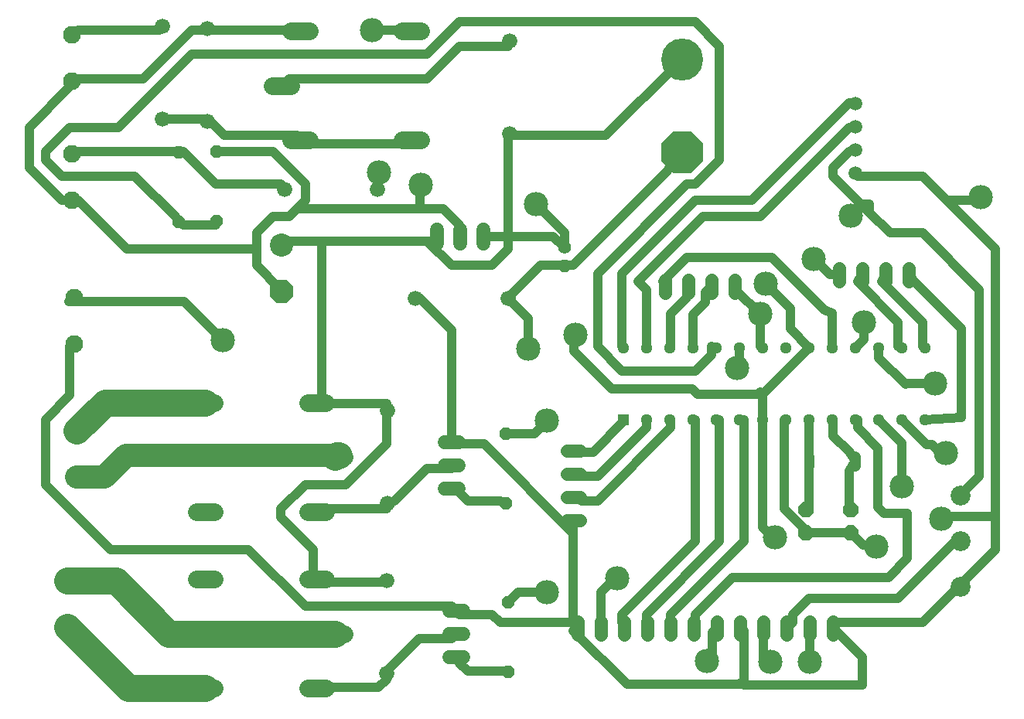
<source format=gbr>
G04 EAGLE Gerber RS-274X export*
G75*
%MOMM*%
%FSLAX34Y34*%
%LPD*%
%INBottom Copper*%
%IPPOS*%
%AMOC8*
5,1,8,0,0,1.08239X$1,22.5*%
G01*
%ADD10C,1.676400*%
%ADD11C,1.950000*%
%ADD12C,1.981200*%
%ADD13C,4.597400*%
%ADD14P,4.976180X8X292.500000*%
%ADD15C,1.524000*%
%ADD16P,1.539592X8X292.500000*%
%ADD17C,1.422400*%
%ADD18C,2.540000*%
%ADD19P,2.749271X8X292.500000*%
%ADD20R,1.298000X1.298000*%
%ADD21C,1.298000*%
%ADD22C,1.117600*%
%ADD23P,1.814519X8X292.500000*%
%ADD24C,1.508000*%
%ADD25C,1.422400*%
%ADD26P,1.429621X8X292.500000*%
%ADD27P,1.429621X8X112.500000*%
%ADD28C,2.184400*%
%ADD29C,1.016000*%
%ADD30C,2.667000*%
%ADD31C,3.000000*%
%ADD32C,2.540000*%


D10*
X226314Y813054D03*
X226314Y711454D03*
X359410Y634238D03*
X461010Y634238D03*
X275336Y810260D03*
X275336Y708660D03*
D11*
X127000Y803910D03*
X127000Y753110D03*
X127000Y673100D03*
X127000Y622300D03*
D12*
X346456Y748030D02*
X366268Y748030D01*
X366776Y688340D02*
X386588Y688340D01*
X386588Y807720D02*
X366776Y807720D01*
X488696Y807720D02*
X508508Y807720D01*
X508508Y688340D02*
X488696Y688340D01*
D13*
X795020Y776732D03*
D14*
X795020Y675132D03*
D10*
X605790Y797306D03*
X605790Y695706D03*
D15*
X526288Y590550D02*
X526288Y575310D01*
X551688Y575310D02*
X551688Y590550D01*
X577088Y590550D02*
X577088Y575310D01*
D16*
X666242Y550164D03*
D17*
X666242Y570484D03*
D18*
X356616Y573786D03*
D19*
X356616Y522986D03*
D20*
X731012Y381886D03*
D21*
X756412Y381886D03*
X781812Y381886D03*
X807212Y381886D03*
X832612Y381886D03*
X858012Y381886D03*
X883412Y381886D03*
X908812Y381886D03*
X934212Y381886D03*
X959612Y381886D03*
X985012Y381886D03*
X1010412Y381886D03*
X1035812Y381886D03*
X1061212Y381886D03*
X1061212Y460886D03*
X1035812Y460886D03*
X1010412Y460886D03*
X985012Y460886D03*
X959612Y460886D03*
X934212Y460886D03*
X908812Y460886D03*
X883412Y460886D03*
X858012Y460886D03*
X832612Y460886D03*
X807212Y460886D03*
X781812Y460886D03*
X756412Y460886D03*
X731012Y460886D03*
D10*
X502666Y515112D03*
X604266Y515112D03*
D22*
X984250Y342646D02*
X984250Y331470D01*
X933450Y331470D02*
X933450Y342646D01*
D23*
X979932Y283718D03*
X979932Y258318D03*
X930656Y283718D03*
X930656Y258318D03*
D24*
X984504Y728218D03*
X984504Y702818D03*
X984504Y677418D03*
X984504Y652018D03*
D25*
X960374Y161290D02*
X960374Y147066D01*
X934974Y147066D02*
X934974Y161290D01*
X909574Y161290D02*
X909574Y147066D01*
X884174Y147066D02*
X884174Y161290D01*
X858774Y161290D02*
X858774Y147066D01*
X807974Y147066D02*
X807974Y161290D01*
X833374Y161290D02*
X833374Y147066D01*
X680974Y147066D02*
X680974Y161290D01*
X782574Y161290D02*
X782574Y147066D01*
X757174Y147066D02*
X757174Y161290D01*
X731774Y161290D02*
X731774Y147066D01*
X706374Y147066D02*
X706374Y161290D01*
D11*
X129540Y464820D03*
X129540Y515620D03*
X131826Y369824D03*
X131826Y319024D03*
D12*
X405130Y341376D02*
X424942Y341376D01*
X404622Y401066D02*
X384810Y401066D01*
X384810Y281686D02*
X404622Y281686D01*
X282702Y281686D02*
X262890Y281686D01*
X262890Y401066D02*
X282702Y401066D01*
D26*
X601980Y367030D03*
X601980Y290830D03*
D10*
X472186Y290830D03*
X472186Y392430D03*
D15*
X535178Y306324D02*
X550418Y306324D01*
X550418Y331724D02*
X535178Y331724D01*
X535178Y357124D02*
X550418Y357124D01*
D27*
X285496Y599694D03*
X285496Y675894D03*
D26*
X243586Y675386D03*
X243586Y599186D03*
D11*
X122174Y154940D03*
X122174Y205740D03*
D12*
X405130Y147828D02*
X424942Y147828D01*
X404622Y207518D02*
X384810Y207518D01*
X384810Y88138D02*
X404622Y88138D01*
X282702Y88138D02*
X262890Y88138D01*
X262890Y207518D02*
X282702Y207518D01*
D10*
X471424Y104394D03*
X471424Y205994D03*
D15*
X540512Y122428D02*
X555752Y122428D01*
X555752Y147828D02*
X540512Y147828D01*
X540512Y173228D02*
X555752Y173228D01*
D26*
X604266Y182372D03*
X604266Y106172D03*
D25*
X669036Y272288D02*
X683260Y272288D01*
X683260Y297688D02*
X669036Y297688D01*
X669036Y323088D02*
X683260Y323088D01*
X683260Y348488D02*
X669036Y348488D01*
X966978Y533908D02*
X966978Y548132D01*
X992378Y548132D02*
X992378Y533908D01*
X1017778Y533908D02*
X1017778Y548132D01*
X1043178Y548132D02*
X1043178Y533908D01*
X852678Y535432D02*
X852678Y521208D01*
X827278Y521208D02*
X827278Y535432D01*
X801878Y535432D02*
X801878Y521208D01*
X776478Y521208D02*
X776478Y535432D01*
D28*
X1100074Y299174D03*
X1100074Y249174D03*
X1100074Y199174D03*
D29*
X222250Y808990D02*
X133350Y808990D01*
X222250Y808990D02*
X226314Y813054D01*
X133350Y808990D02*
X127000Y803910D01*
X133350Y675640D02*
X240030Y675640D01*
X243586Y675386D01*
X133350Y675640D02*
X127000Y673100D01*
X284480Y640080D02*
X355600Y640080D01*
X284480Y640080D02*
X248920Y675640D01*
X355600Y640080D02*
X359410Y634238D01*
X248920Y675640D02*
X243586Y675386D01*
X640080Y551180D02*
X666750Y551180D01*
X640080Y551180D02*
X604520Y515620D01*
X604266Y515112D01*
X666750Y551180D02*
X675640Y551180D01*
X779187Y654727D01*
X666750Y551180D02*
X666242Y550164D01*
X782997Y663109D02*
X795020Y675132D01*
X782997Y663109D02*
X779187Y654727D01*
X346710Y675640D02*
X284480Y675640D01*
X346710Y675640D02*
X382270Y640080D01*
X382270Y622300D01*
X373380Y613410D02*
X364490Y604520D01*
X373380Y613410D02*
X382270Y622300D01*
X364490Y604520D02*
X346710Y604520D01*
X328930Y586740D01*
X328930Y568960D02*
X328930Y551180D01*
X328930Y568960D02*
X328930Y586740D01*
X328930Y551180D02*
X355600Y524510D01*
X285496Y675894D02*
X284480Y675640D01*
X355600Y524510D02*
X356616Y522986D01*
X551180Y586740D02*
X551180Y595630D01*
X533400Y613410D01*
X507746Y613410D02*
X373380Y613410D01*
X507746Y613410D02*
X533400Y613410D01*
X551180Y586740D02*
X551688Y582930D01*
X373380Y808990D02*
X275590Y808990D01*
X373380Y808990D02*
X376682Y807720D01*
X127000Y622300D02*
X115570Y622300D01*
X80010Y657860D01*
X80010Y702310D01*
X124460Y746760D01*
X127000Y753110D01*
X257810Y808990D02*
X275590Y808990D01*
X257810Y808990D02*
X204470Y755650D01*
X133350Y755650D01*
X275590Y808990D02*
X275336Y810260D01*
X133350Y755650D02*
X127000Y753110D01*
X186690Y568960D02*
X328930Y568960D01*
X186690Y568960D02*
X133350Y622300D01*
X127000Y622300D01*
X604266Y515112D02*
X626110Y493268D01*
X626110Y460248D01*
D30*
X626110Y460248D03*
X508762Y639318D03*
D29*
X507746Y638302D01*
X507746Y613410D01*
X275590Y711200D02*
X231140Y711200D01*
X226314Y711454D01*
X293370Y693420D02*
X373380Y693420D01*
X293370Y693420D02*
X275590Y711200D01*
X373380Y693420D02*
X376682Y688340D01*
X275336Y708660D02*
X275590Y711200D01*
X382270Y684530D02*
X497840Y684530D01*
X498602Y688340D01*
X382270Y684530D02*
X376682Y688340D01*
X461010Y634238D02*
X461772Y635000D01*
X461772Y650494D01*
X463296Y652018D01*
X463296Y652780D01*
D30*
X463296Y652780D03*
X455422Y808482D03*
D29*
X497840Y808482D01*
X498602Y807720D01*
X551180Y791210D02*
X604520Y791210D01*
X551180Y791210D02*
X515620Y755650D01*
X364490Y755650D01*
X604520Y791210D02*
X605790Y797306D01*
X364490Y755650D02*
X356362Y748030D01*
X960120Y657860D02*
X977900Y675640D01*
X960120Y657860D02*
X960120Y648970D01*
X1000252Y608838D02*
X1022350Y586740D01*
X1000252Y608838D02*
X960120Y648970D01*
X1022350Y586740D02*
X1057910Y586740D01*
X1120140Y524510D01*
X1120140Y320040D01*
X1102360Y302260D01*
X984504Y677418D02*
X977900Y675640D01*
X1102360Y302260D02*
X1100074Y299174D01*
X883412Y264668D02*
X883412Y381886D01*
X891032Y257048D02*
X892048Y257048D01*
X895350Y253746D01*
X896366Y253746D01*
D30*
X896366Y253746D03*
X934466Y117094D03*
D29*
X934466Y153670D01*
X934974Y154178D01*
X891032Y257048D02*
X883412Y264668D01*
X706374Y193040D02*
X706374Y154178D01*
X706374Y193040D02*
X724154Y210820D01*
X724154Y209042D01*
X723646Y208534D01*
D30*
X723646Y208534D03*
D29*
X883412Y410086D02*
X934212Y460886D01*
X883412Y410086D02*
X883412Y381886D01*
X883412Y410086D02*
X880748Y412750D01*
D30*
X635254Y617982D03*
D29*
X666242Y586994D01*
X666242Y570484D01*
X653796Y582930D01*
X577088Y582930D01*
X913130Y481968D02*
X934212Y460886D01*
X913130Y481968D02*
X913130Y504190D01*
X886206Y531114D01*
D30*
X886206Y531114D03*
X979678Y605536D03*
D29*
X986790Y612648D02*
X987552Y612648D01*
X883412Y410086D02*
X811654Y410086D01*
X805688Y416052D01*
X717804Y416052D01*
X676656Y457200D02*
X676656Y475234D01*
X677672Y475234D01*
X677926Y475488D01*
D30*
X677926Y475488D03*
D29*
X676656Y457200D02*
X717804Y416052D01*
X979678Y605536D02*
X986790Y612648D01*
X992124Y617982D02*
X979678Y605536D01*
X992124Y617982D02*
X1000252Y617982D01*
X1000252Y608838D01*
X862330Y96520D02*
X862330Y91694D01*
X862330Y96520D02*
X862330Y142240D01*
X862330Y151130D01*
X862330Y91694D02*
X992124Y91694D01*
X992124Y122428D02*
X960374Y154178D01*
X992124Y122428D02*
X992124Y91694D01*
X862330Y151130D02*
X858774Y154178D01*
X986790Y648970D02*
X1057910Y648970D01*
X1084580Y622300D02*
X1137920Y568960D01*
X1084580Y622300D02*
X1057910Y648970D01*
X1137920Y276098D02*
X1137920Y240030D01*
X1137920Y276098D02*
X1137920Y568960D01*
X1137920Y240030D02*
X1102360Y204470D01*
X986790Y648970D02*
X984504Y652018D01*
X1102360Y204470D02*
X1100074Y199174D01*
X1057910Y160020D02*
X960120Y160020D01*
X1057910Y160020D02*
X1093470Y195580D01*
X960120Y160020D02*
X960374Y154178D01*
X1093470Y195580D02*
X1100074Y199174D01*
X542290Y364490D02*
X542290Y480060D01*
X506730Y515620D01*
X542290Y364490D02*
X542798Y357124D01*
X506730Y515620D02*
X502666Y515112D01*
X675640Y257810D02*
X675640Y160020D01*
X675640Y257810D02*
X675640Y266700D01*
X676148Y272288D01*
X586740Y168910D02*
X551180Y168910D01*
X586740Y168910D02*
X595630Y160020D01*
X675640Y160020D01*
X551180Y168910D02*
X548132Y173228D01*
X675640Y160020D02*
X680974Y154178D01*
X124460Y408940D02*
X124460Y462280D01*
X124460Y408940D02*
X97790Y382270D01*
X97790Y311150D01*
X168910Y240030D01*
X320040Y240030D01*
X382270Y177800D01*
X542290Y177800D01*
X129540Y464820D02*
X124460Y462280D01*
X542290Y177800D02*
X548132Y173228D01*
X551180Y355600D02*
X577850Y355600D01*
X675640Y257810D01*
X551180Y355600D02*
X542798Y357124D01*
X858012Y92202D02*
X862330Y96520D01*
X858012Y92202D02*
X734568Y92202D01*
X675640Y151130D01*
X858774Y154178D02*
X862330Y142240D01*
X680974Y154178D02*
X675640Y151130D01*
X906780Y284480D02*
X906780Y382270D01*
X906780Y284480D02*
X930448Y260812D01*
X908812Y381886D02*
X906780Y382270D01*
X930448Y260812D02*
X930656Y258318D01*
X979968Y258282D02*
X980948Y256540D01*
X979968Y258282D02*
X979932Y258318D01*
X980625Y258318D02*
X980948Y256540D01*
X980625Y258318D02*
X930656Y258318D01*
X880110Y497840D02*
X853440Y524510D01*
X880110Y462280D02*
X883412Y460886D01*
X853440Y524510D02*
X852678Y528320D01*
X957072Y541020D02*
X966978Y541020D01*
X939292Y557530D02*
X938784Y558038D01*
D30*
X938784Y558038D03*
D29*
X940562Y557530D02*
X957072Y541020D01*
X940562Y557530D02*
X939292Y557530D01*
D30*
X1122172Y626110D03*
D29*
X1118362Y622300D01*
X1084580Y622300D01*
X880110Y497840D02*
X880110Y462280D01*
D30*
X880110Y497840D03*
D29*
X979932Y258318D02*
X993394Y244856D01*
X1004316Y244856D01*
X1005586Y243586D01*
X1007618Y243586D01*
D30*
X1007618Y243586D03*
X1078992Y273812D03*
D29*
X1081278Y276098D01*
X1137920Y276098D01*
X933450Y337058D02*
X933450Y382270D01*
X934212Y381886D01*
X933450Y337058D02*
X933450Y285496D01*
X930656Y283718D01*
X977900Y288459D02*
X977900Y326475D01*
X984250Y337058D01*
X977900Y288459D02*
X979932Y283718D01*
X960120Y364490D02*
X960120Y382270D01*
X960120Y364490D02*
X977646Y346964D01*
X959612Y381886D02*
X960120Y382270D01*
X977646Y346964D02*
X984250Y337058D01*
X728980Y462280D02*
X728980Y542290D01*
X808990Y622300D01*
X871220Y622300D01*
X977900Y728980D01*
X731012Y460886D02*
X728980Y462280D01*
X977900Y728980D02*
X984504Y728218D01*
X755650Y524510D02*
X755650Y462280D01*
X755650Y524510D02*
X746760Y533400D01*
X817880Y604520D01*
X880110Y604520D01*
X977900Y702310D01*
X755650Y462280D02*
X756412Y460886D01*
X977900Y702310D02*
X984504Y702818D01*
X915670Y168910D02*
X915670Y160020D01*
X915670Y168910D02*
X933450Y186690D01*
X1031240Y186690D01*
X1093470Y248920D01*
X915670Y160020D02*
X909574Y154178D01*
X1093470Y248920D02*
X1100074Y249174D01*
X884174Y154178D02*
X884174Y122174D01*
X891794Y114554D01*
X891794Y117094D01*
D30*
X891794Y117094D03*
X1072134Y421894D03*
D29*
X1040638Y421894D01*
X1039368Y420624D01*
X1010412Y449580D01*
X1010412Y460886D01*
X833374Y154178D02*
X828040Y148844D01*
X828040Y124968D01*
X821944Y118872D01*
X821944Y117602D01*
D30*
X821944Y117602D03*
X994156Y488950D03*
D29*
X994156Y470030D01*
X985012Y460886D01*
X986790Y382270D02*
X986790Y373380D01*
X1009142Y351028D01*
X849630Y209550D02*
X808990Y168910D01*
X808990Y160020D01*
X985012Y381886D02*
X986790Y382270D01*
X808990Y160020D02*
X807974Y154178D01*
X1020826Y209550D02*
X1041654Y230378D01*
X1041654Y279400D01*
X1015746Y279400D01*
X1009142Y286004D02*
X1009142Y351028D01*
X1020826Y209550D02*
X849630Y209550D01*
X1009142Y286004D02*
X1015746Y279400D01*
X862330Y248920D02*
X862330Y382270D01*
X862330Y248920D02*
X782320Y168910D01*
X782320Y160020D01*
X858012Y381886D02*
X862330Y382270D01*
X782320Y160020D02*
X782574Y154178D01*
X835660Y248920D02*
X835660Y382270D01*
X835660Y248920D02*
X755650Y168910D01*
X755650Y160020D01*
X832612Y381886D02*
X835660Y382270D01*
X755650Y160020D02*
X757174Y154178D01*
X808990Y248920D02*
X808990Y382270D01*
X808990Y248920D02*
X728980Y168910D01*
X728980Y160020D01*
X807212Y381886D02*
X808990Y382270D01*
X728980Y160020D02*
X731774Y154178D01*
X858012Y440182D02*
X858012Y460886D01*
X856234Y438404D02*
X855472Y438404D01*
D30*
X855472Y438404D03*
X292354Y468884D03*
D29*
X249936Y511302D01*
X125222Y511302D01*
X123952Y511302D01*
X125222Y511302D02*
X129540Y515620D01*
X856234Y438404D02*
X858012Y440182D01*
D31*
X419100Y342900D02*
X416560Y342900D01*
X415036Y341376D01*
D32*
X162306Y319024D02*
X131826Y319024D01*
X186182Y342900D02*
X416560Y342900D01*
X186182Y342900D02*
X162306Y319024D01*
D31*
X131826Y369824D02*
X163068Y401066D01*
X272796Y401066D01*
D29*
X1035812Y381886D02*
X1062606Y355092D01*
X1068832Y355092D01*
X1077976Y345948D01*
X1083310Y345948D01*
D30*
X1083310Y345948D03*
X647192Y381000D03*
D29*
X633222Y367030D01*
X601980Y367030D01*
X595630Y293370D02*
X560070Y293370D01*
X551180Y302260D01*
X595630Y293370D02*
X601980Y290830D01*
X551180Y302260D02*
X542798Y306324D01*
X542290Y328930D02*
X515620Y328930D01*
X480060Y293370D01*
X542290Y328930D02*
X542798Y331724D01*
X480060Y293370D02*
X472186Y290830D01*
X471170Y284480D02*
X400050Y284480D01*
X394716Y281686D01*
X471170Y284480D02*
X472186Y290830D01*
X826770Y453390D02*
X826770Y462280D01*
X826770Y453390D02*
X808990Y435610D01*
X728980Y435610D01*
X702310Y462280D01*
X702310Y542290D01*
X800100Y640080D01*
X808990Y640080D01*
X835660Y666750D01*
X835660Y791210D01*
X808990Y817880D01*
X551180Y817880D01*
X515620Y782320D01*
X257810Y782320D01*
X177800Y702310D01*
X124460Y702310D01*
X97790Y675640D01*
X97790Y666750D01*
X115570Y648970D01*
X195580Y648970D01*
X240030Y604520D01*
X826770Y462280D02*
X832612Y460886D01*
X243586Y599186D02*
X240030Y604520D01*
X248920Y595630D02*
X284480Y595630D01*
X285496Y599694D01*
X248920Y595630D02*
X243586Y599186D01*
X506730Y142240D02*
X542290Y142240D01*
X506730Y142240D02*
X471170Y106680D01*
X542290Y142240D02*
X548132Y147828D01*
X471170Y106680D02*
X471424Y104394D01*
X462280Y88900D02*
X400050Y88900D01*
X462280Y88900D02*
X471170Y97790D01*
X400050Y88900D02*
X394716Y88138D01*
X471170Y97790D02*
X471424Y104394D01*
D31*
X175260Y205740D02*
X122174Y205740D01*
X233172Y147828D02*
X415036Y147828D01*
X233172Y147828D02*
X175260Y205740D01*
X122174Y154940D02*
X188976Y88138D01*
X272796Y88138D01*
D29*
X613410Y693420D02*
X711200Y693420D01*
X791210Y773430D01*
X613410Y693420D02*
X605790Y695706D01*
X791210Y773430D02*
X795020Y776732D01*
X400050Y577850D02*
X364490Y577850D01*
X400050Y577850D02*
X515620Y577850D01*
X524510Y577850D01*
X526288Y582930D01*
X364490Y577850D02*
X356616Y573786D01*
X400050Y204470D02*
X471170Y204470D01*
X471424Y205994D01*
X400050Y204470D02*
X394716Y207518D01*
X400050Y400050D02*
X471170Y400050D01*
X472186Y392430D01*
X400050Y400050D02*
X394716Y401066D01*
X391160Y240030D02*
X391160Y213360D01*
X391160Y240030D02*
X355600Y275590D01*
X355600Y284480D01*
X382270Y311150D01*
X426720Y311150D01*
X471170Y355600D01*
X471170Y391160D01*
X391160Y213360D02*
X394716Y207518D01*
X471170Y391160D02*
X472186Y392430D01*
X400050Y408940D02*
X400050Y577850D01*
X400050Y408940D02*
X394716Y401066D01*
X604520Y568960D02*
X604520Y693420D01*
X604520Y568960D02*
X586740Y551180D01*
X542290Y551180D01*
X515620Y577850D01*
X604520Y693420D02*
X605790Y695706D01*
X1010412Y381886D02*
X1035812Y356486D01*
X1035812Y309118D01*
D30*
X1035812Y309118D03*
X646430Y193294D03*
D29*
X615188Y193294D01*
X604266Y182372D01*
X604520Y106680D02*
X560070Y106680D01*
X551180Y115570D01*
X604266Y106172D02*
X604520Y106680D01*
X551180Y115570D02*
X548132Y122428D01*
X731012Y379984D02*
X731012Y381886D01*
X731012Y379984D02*
X697738Y346710D01*
X684530Y346710D01*
X676148Y348488D01*
X755650Y373380D02*
X755650Y382270D01*
X755650Y373380D02*
X702310Y320040D01*
X684530Y320040D01*
X755650Y382270D02*
X756412Y381886D01*
X684530Y320040D02*
X676148Y323088D01*
X782320Y373380D02*
X782320Y382270D01*
X782320Y373380D02*
X702310Y293370D01*
X684530Y293370D01*
X781812Y381886D02*
X782320Y382270D01*
X684530Y293370D02*
X676148Y297688D01*
X1100328Y384574D02*
X1100328Y482092D01*
X1049020Y533400D01*
X1061212Y381886D02*
X1100328Y384574D01*
X1049020Y533400D02*
X1043178Y541020D01*
X1057910Y488950D02*
X1057910Y462280D01*
X1057910Y488950D02*
X1013460Y533400D01*
X1057910Y462280D02*
X1061212Y460886D01*
X1013460Y533400D02*
X1017778Y541020D01*
X1031240Y488950D02*
X1031240Y462280D01*
X1031240Y488950D02*
X986790Y533400D01*
X1031240Y462280D02*
X1035812Y460886D01*
X986790Y533400D02*
X992378Y541020D01*
X827278Y528320D02*
X820420Y521462D01*
X807212Y497587D02*
X807212Y460886D01*
X820420Y510795D02*
X820420Y521462D01*
X820420Y510795D02*
X807212Y497587D01*
X782320Y497840D02*
X782320Y462280D01*
X782320Y497840D02*
X800100Y515620D01*
X800100Y524510D01*
X782320Y462280D02*
X781812Y460886D01*
X800100Y524510D02*
X801878Y528320D01*
X893318Y560070D02*
X951159Y502229D01*
X893318Y560070D02*
X800100Y560070D01*
X773430Y533400D01*
X959612Y499148D02*
X959612Y460886D01*
X959612Y499148D02*
X951159Y502229D01*
X776478Y528320D02*
X773430Y533400D01*
M02*

</source>
